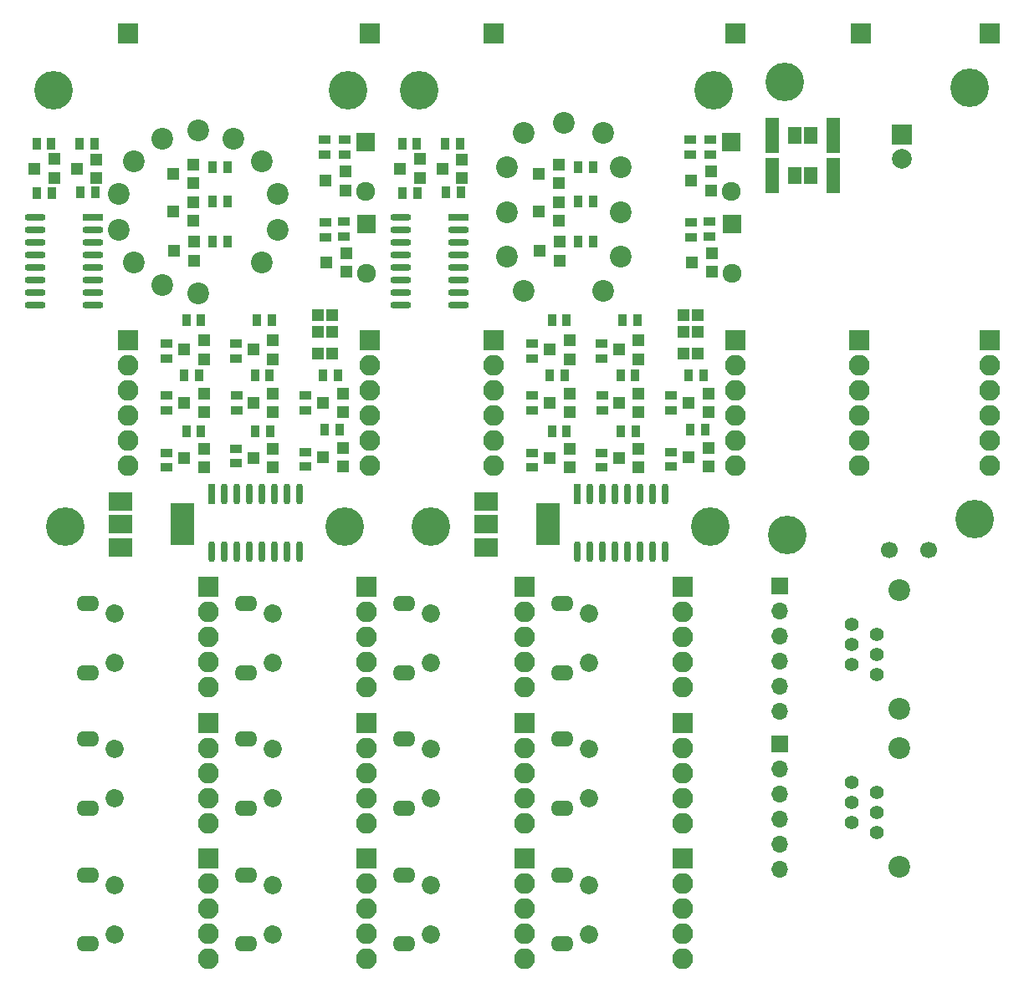
<source format=gbs>
%MOIN*%
%OFA0B0*%
%FSLAX46Y46*%
%IPPOS*%
%LPD*%
%ADD10C,0.0039370078740157488*%
%ADD11C,0.072834645669291348*%
%ADD12O,0.0905511811023622X0.062992125984251982*%
%ADD13R,0.082677165354330714X0.082677165354330714*%
%ADD14O,0.082677165354330714X0.082677165354330714*%
%ADD25C,0.0039370078740157488*%
%ADD26C,0.072834645669291348*%
%ADD27O,0.0905511811023622X0.062992125984251982*%
%ADD28R,0.082677165354330714X0.082677165354330714*%
%ADD29O,0.082677165354330714X0.082677165354330714*%
%ADD30C,0.0039370078740157488*%
%ADD31C,0.072834645669291348*%
%ADD32O,0.0905511811023622X0.062992125984251982*%
%ADD33R,0.082677165354330714X0.082677165354330714*%
%ADD34O,0.082677165354330714X0.082677165354330714*%
%ADD35C,0.0039370078740157488*%
%ADD36C,0.072834645669291348*%
%ADD37O,0.0905511811023622X0.062992125984251982*%
%ADD38R,0.082677165354330714X0.082677165354330714*%
%ADD39O,0.082677165354330714X0.082677165354330714*%
%ADD40C,0.0039370078740157488*%
%ADD41C,0.072834645669291348*%
%ADD42O,0.0905511811023622X0.062992125984251982*%
%ADD43R,0.082677165354330714X0.082677165354330714*%
%ADD44O,0.082677165354330714X0.082677165354330714*%
%ADD45C,0.0039370078740157488*%
%ADD46C,0.072834645669291348*%
%ADD47O,0.0905511811023622X0.062992125984251982*%
%ADD48R,0.082677165354330714X0.082677165354330714*%
%ADD49O,0.082677165354330714X0.082677165354330714*%
%ADD50C,0.0039370078740157488*%
%ADD51C,0.072834645669291348*%
%ADD52O,0.0905511811023622X0.062992125984251982*%
%ADD53R,0.082677165354330714X0.082677165354330714*%
%ADD54O,0.082677165354330714X0.082677165354330714*%
%ADD55C,0.0039370078740157488*%
%ADD56C,0.072834645669291348*%
%ADD57O,0.0905511811023622X0.062992125984251982*%
%ADD58R,0.082677165354330714X0.082677165354330714*%
%ADD59O,0.082677165354330714X0.082677165354330714*%
%ADD60C,0.0039370078740157488*%
%ADD61C,0.072834645669291348*%
%ADD62O,0.0905511811023622X0.062992125984251982*%
%ADD63R,0.082677165354330714X0.082677165354330714*%
%ADD64O,0.082677165354330714X0.082677165354330714*%
%ADD65C,0.0039370078740157488*%
%ADD66C,0.072834645669291348*%
%ADD67O,0.0905511811023622X0.062992125984251982*%
%ADD68R,0.082677165354330714X0.082677165354330714*%
%ADD69O,0.082677165354330714X0.082677165354330714*%
%ADD70C,0.0039370078740157488*%
%ADD71C,0.072834645669291348*%
%ADD72O,0.0905511811023622X0.062992125984251982*%
%ADD73R,0.082677165354330714X0.082677165354330714*%
%ADD74O,0.082677165354330714X0.082677165354330714*%
%ADD75C,0.0039370078740157488*%
%ADD76C,0.072834645669291348*%
%ADD77O,0.0905511811023622X0.062992125984251982*%
%ADD78R,0.082677165354330714X0.082677165354330714*%
%ADD79O,0.082677165354330714X0.082677165354330714*%
%ADD80C,0.0039370078740157488*%
%ADD81R,0.055118110236220472X0.14173228346456693*%
%ADD82R,0.055118110236220472X0.066929133858267723*%
%ADD83C,0.15354330708661418*%
%ADD84R,0.07874015748031496X0.07874015748031496*%
%ADD85C,0.07874015748031496*%
%ADD86C,0.066929133858267723*%
%ADD87R,0.082677165354330714X0.082677165354330714*%
%ADD88O,0.082677165354330714X0.082677165354330714*%
%ADD89C,0.0039370078740157488*%
%ADD90C,0.086614173228346469*%
%ADD91R,0.094488188976377951X0.16535433070866143*%
%ADD92R,0.094488188976377951X0.074803149606299218*%
%ADD93R,0.047244094488188976X0.0452755905511811*%
%ADD94R,0.051181102362204731X0.035433070866141732*%
%ADD95R,0.051181102362204731X0.047244094488188976*%
%ADD96R,0.084251968503937014X0.029133858267716535*%
%ADD97O,0.084251968503937014X0.029133858267716535*%
%ADD98R,0.029133858267716535X0.084251968503937014*%
%ADD99O,0.029133858267716535X0.084251968503937014*%
%ADD100R,0.035433070866141732X0.051181102362204731*%
%ADD101C,0.15354330708661418*%
%ADD102R,0.07574803149606299X0.07574803149606299*%
%ADD103C,0.07574803149606299*%
%ADD104R,0.082677165354330714X0.082677165354330714*%
%ADD105O,0.082677165354330714X0.082677165354330714*%
%ADD106C,0.0039370078740157488*%
%ADD107R,0.047244094488188976X0.0452755905511811*%
%ADD108C,0.15354330708661418*%
%ADD109C,0.086614173228346469*%
%ADD110R,0.051181102362204731X0.047244094488188976*%
%ADD111R,0.082677165354330714X0.082677165354330714*%
%ADD112R,0.035433070866141732X0.051181102362204731*%
%ADD113R,0.051181102362204731X0.035433070866141732*%
%ADD114R,0.029133858267716535X0.084251968503937014*%
%ADD115O,0.029133858267716535X0.084251968503937014*%
%ADD116R,0.084251968503937014X0.029133858267716535*%
%ADD117O,0.084251968503937014X0.029133858267716535*%
%ADD118O,0.082677165354330714X0.082677165354330714*%
%ADD119R,0.094488188976377951X0.16535433070866143*%
%ADD120R,0.094488188976377951X0.074803149606299218*%
%ADD121R,0.07574803149606299X0.07574803149606299*%
%ADD122C,0.07574803149606299*%
%ADD123C,0.0039370078740157488*%
%ADD124C,0.086614173228346469*%
%ADD125C,0.055118110236220472*%
%ADD126R,0.066929133858267723X0.066929133858267723*%
%ADD127O,0.066929133858267723X0.066929133858267723*%
%ADD128C,0.0039370078740157488*%
%ADD129C,0.086614173228346469*%
%ADD130C,0.055118110236220472*%
%ADD131R,0.066929133858267723X0.066929133858267723*%
%ADD132O,0.066929133858267723X0.066929133858267723*%
G01G01*
D10*
D11*
X0000196850Y0001181102D02*
X0000382283Y0001547244D03*
X0000382283Y0001350393D03*
D12*
X0000275984Y0001586614D03*
X0000275984Y0001311023D03*
D13*
X0000755905Y0001651574D03*
D14*
X0000755905Y0001551574D03*
X0000755905Y0001451574D03*
X0000755905Y0001351574D03*
X0000755905Y0001251574D03*
G04 next file*
G04 Gerber Fmt 4.6, Leading zero omitted, Abs format (unit mm)*
G04 Created by KiCad (PCBNEW 4.0.7) date 11/16/17 17:14:57*
G01G01*
G04 APERTURE LIST*
G04 APERTURE END LIST*
D25*
D26*
X0000196850Y0000639763D02*
X0000382283Y0001005905D03*
X0000382283Y0000809055D03*
D27*
X0000275984Y0001045275D03*
X0000275984Y0000769685D03*
D28*
X0000755905Y0001110236D03*
D29*
X0000755905Y0001010236D03*
X0000755905Y0000910236D03*
X0000755905Y0000810236D03*
X0000755905Y0000710236D03*
G04 next file*
G04 Gerber Fmt 4.6, Leading zero omitted, Abs format (unit mm)*
G04 Created by KiCad (PCBNEW 4.0.7) date 11/16/17 17:14:57*
G01G01*
G04 APERTURE LIST*
G04 APERTURE END LIST*
D30*
D31*
X0000196850Y0000098425D02*
X0000382283Y0000464566D03*
X0000382283Y0000267716D03*
D32*
X0000275984Y0000503937D03*
X0000275984Y0000228346D03*
D33*
X0000755905Y0000568897D03*
D34*
X0000755905Y0000468897D03*
X0000755905Y0000368897D03*
X0000755905Y0000268897D03*
X0000755905Y0000168897D03*
G04 next file*
G04 Gerber Fmt 4.6, Leading zero omitted, Abs format (unit mm)*
G04 Created by KiCad (PCBNEW 4.0.7) date 11/16/17 17:14:57*
G01G01*
G04 APERTURE LIST*
G04 APERTURE END LIST*
D35*
D36*
X0000826771Y0001181102D02*
X0001012204Y0001547244D03*
X0001012204Y0001350393D03*
D37*
X0000905905Y0001586614D03*
X0000905905Y0001311023D03*
D38*
X0001385826Y0001651574D03*
D39*
X0001385826Y0001551574D03*
X0001385826Y0001451574D03*
X0001385826Y0001351574D03*
X0001385826Y0001251574D03*
G04 next file*
G04 Gerber Fmt 4.6, Leading zero omitted, Abs format (unit mm)*
G04 Created by KiCad (PCBNEW 4.0.7) date 11/16/17 17:14:57*
G01G01*
G04 APERTURE LIST*
G04 APERTURE END LIST*
D40*
D41*
X0000826771Y0000639763D02*
X0001012204Y0001005905D03*
X0001012204Y0000809055D03*
D42*
X0000905905Y0001045275D03*
X0000905905Y0000769685D03*
D43*
X0001385826Y0001110236D03*
D44*
X0001385826Y0001010236D03*
X0001385826Y0000910236D03*
X0001385826Y0000810236D03*
X0001385826Y0000710236D03*
G04 next file*
G04 Gerber Fmt 4.6, Leading zero omitted, Abs format (unit mm)*
G04 Created by KiCad (PCBNEW 4.0.7) date 11/16/17 17:14:57*
G01G01*
G04 APERTURE LIST*
G04 APERTURE END LIST*
D45*
D46*
X0000826771Y0000098425D02*
X0001012204Y0000464566D03*
X0001012204Y0000267716D03*
D47*
X0000905905Y0000503937D03*
X0000905905Y0000228346D03*
D48*
X0001385826Y0000568897D03*
D49*
X0001385826Y0000468897D03*
X0001385826Y0000368897D03*
X0001385826Y0000268897D03*
X0001385826Y0000168897D03*
G04 next file*
G04 Gerber Fmt 4.6, Leading zero omitted, Abs format (unit mm)*
G04 Created by KiCad (PCBNEW 4.0.7) date 11/16/17 17:14:57*
G01G01*
G04 APERTURE LIST*
G04 APERTURE END LIST*
D50*
D51*
X0001456692Y0001181102D02*
X0001642125Y0001547244D03*
X0001642125Y0001350393D03*
D52*
X0001535826Y0001586614D03*
X0001535826Y0001311023D03*
D53*
X0002015748Y0001651574D03*
D54*
X0002015748Y0001551574D03*
X0002015748Y0001451574D03*
X0002015748Y0001351574D03*
X0002015748Y0001251574D03*
G04 next file*
G04 Gerber Fmt 4.6, Leading zero omitted, Abs format (unit mm)*
G04 Created by KiCad (PCBNEW 4.0.7) date 11/16/17 17:14:57*
G01G01*
G04 APERTURE LIST*
G04 APERTURE END LIST*
D55*
D56*
X0001456692Y0000639763D02*
X0001642125Y0001005905D03*
X0001642125Y0000809055D03*
D57*
X0001535826Y0001045275D03*
X0001535826Y0000769685D03*
D58*
X0002015748Y0001110236D03*
D59*
X0002015748Y0001010236D03*
X0002015748Y0000910236D03*
X0002015748Y0000810236D03*
X0002015748Y0000710236D03*
G04 next file*
G04 Gerber Fmt 4.6, Leading zero omitted, Abs format (unit mm)*
G04 Created by KiCad (PCBNEW 4.0.7) date 11/16/17 17:14:57*
G01G01*
G04 APERTURE LIST*
G04 APERTURE END LIST*
D60*
D61*
X0001456692Y0000098425D02*
X0001642125Y0000464566D03*
X0001642125Y0000267716D03*
D62*
X0001535826Y0000503937D03*
X0001535826Y0000228346D03*
D63*
X0002015748Y0000568897D03*
D64*
X0002015748Y0000468897D03*
X0002015748Y0000368897D03*
X0002015748Y0000268897D03*
X0002015748Y0000168897D03*
G04 next file*
G04 Gerber Fmt 4.6, Leading zero omitted, Abs format (unit mm)*
G04 Created by KiCad (PCBNEW 4.0.7) date 11/16/17 17:14:57*
G01G01*
G04 APERTURE LIST*
G04 APERTURE END LIST*
D65*
D66*
X0002086614Y0001181102D02*
X0002272047Y0001547244D03*
X0002272047Y0001350393D03*
D67*
X0002165748Y0001586614D03*
X0002165748Y0001311023D03*
D68*
X0002645669Y0001651574D03*
D69*
X0002645669Y0001551574D03*
X0002645669Y0001451574D03*
X0002645669Y0001351574D03*
X0002645669Y0001251574D03*
G04 next file*
G04 Gerber Fmt 4.6, Leading zero omitted, Abs format (unit mm)*
G04 Created by KiCad (PCBNEW 4.0.7) date 11/16/17 17:14:57*
G01G01*
G04 APERTURE LIST*
G04 APERTURE END LIST*
D70*
D71*
X0002086614Y0000639763D02*
X0002272047Y0001005905D03*
X0002272047Y0000809055D03*
D72*
X0002165748Y0001045275D03*
X0002165748Y0000769685D03*
D73*
X0002645669Y0001110236D03*
D74*
X0002645669Y0001010236D03*
X0002645669Y0000910236D03*
X0002645669Y0000810236D03*
X0002645669Y0000710236D03*
G04 next file*
G04 Gerber Fmt 4.6, Leading zero omitted, Abs format (unit mm)*
G04 Created by KiCad (PCBNEW 4.0.7) date 11/16/17 17:14:57*
G01G01*
G04 APERTURE LIST*
G04 APERTURE END LIST*
D75*
D76*
X0002086614Y0000098425D02*
X0002272047Y0000464566D03*
X0002272047Y0000267716D03*
D77*
X0002165748Y0000503937D03*
X0002165748Y0000228346D03*
D78*
X0002645669Y0000568897D03*
D79*
X0002645669Y0000468897D03*
X0002645669Y0000368897D03*
X0002645669Y0000268897D03*
X0002645669Y0000168897D03*
G04 next file*
G04 Gerber Fmt 4.6, Leading zero omitted, Abs format (unit mm)*
G04 Created by KiCad (PCBNEW 4.0.7) date 11/16/17 22:09:06*
G01G01*
G04 APERTURE LIST*
G04 APERTURE END LIST*
D80*
D81*
X0002913385Y0003937007D02*
X0003000787Y0003452755D03*
X0003244881Y0003452755D03*
D82*
X0003091338Y0003452755D03*
X0003154330Y0003452755D03*
D81*
X0003002755Y0003294488D03*
X0003246850Y0003294488D03*
D82*
X0003093307Y0003294488D03*
X0003156299Y0003294488D03*
D83*
X0003810236Y0001924409D03*
X0003062992Y0001858267D03*
X0003787401Y0003641732D03*
X0003051181Y0003665354D03*
D84*
X0003519685Y0003457677D03*
D85*
X0003519685Y0003359251D03*
D86*
X0003469685Y0001798818D03*
X0003627165Y0001798818D03*
D87*
X0003354330Y0003858267D03*
X0003868110Y0002637795D03*
D88*
X0003868110Y0002537795D03*
X0003868110Y0002437795D03*
X0003868110Y0002337795D03*
X0003868110Y0002237795D03*
X0003868110Y0002137795D03*
D87*
X0003350393Y0002637795D03*
D88*
X0003350393Y0002537795D03*
X0003350393Y0002437795D03*
X0003350393Y0002337795D03*
X0003350393Y0002237795D03*
X0003350393Y0002137795D03*
D87*
X0003868110Y0003858267D03*
G04 next file*
G04 Gerber Fmt 4.6, Leading zero omitted, Abs format (unit mm)*
G04 Created by KiCad (PCBNEW 4.0.7) date 11/16/17 20:56:22*
G01G01*
G04 APERTURE LIST*
G04 APERTURE END LIST*
D89*
D90*
X0001456692Y0003937007D02*
X0002397368Y0003325362D03*
X0002397368Y0003148196D03*
X0002397368Y0002971031D03*
X0001944612Y0003325362D03*
X0001944612Y0003148196D03*
X0001944612Y0002971031D03*
X0002013510Y0003463157D03*
X0002328470Y0003463157D03*
X0002013510Y0002833236D03*
X0002328470Y0002833236D03*
X0002170990Y0003502527D03*
D91*
X0002110236Y0001901574D03*
D92*
X0001862204Y0001901574D03*
X0001862204Y0001992125D03*
X0001862204Y0001811023D03*
D93*
X0002706692Y0002669291D03*
X0002647637Y0002669291D03*
D94*
X0002755905Y0003437007D03*
X0002755905Y0003377952D03*
X0002677165Y0003377952D03*
X0002677165Y0003437007D03*
D95*
X0002757874Y0003309055D03*
X0002757874Y0003234251D03*
X0002679133Y0003271653D03*
D96*
X0001751968Y0003126771D03*
D97*
X0001751968Y0003076771D03*
X0001751968Y0003026771D03*
X0001751968Y0002976771D03*
X0001751968Y0002926771D03*
X0001751968Y0002876771D03*
X0001751968Y0002826771D03*
X0001521653Y0002826771D03*
X0001521653Y0002876771D03*
X0001521653Y0002926771D03*
X0001521653Y0002976771D03*
X0001521653Y0003026771D03*
X0001521653Y0003076771D03*
X0001521653Y0003126771D03*
X0001751968Y0002776771D03*
X0001521653Y0002776771D03*
D98*
X0002224015Y0002024803D03*
D99*
X0002274015Y0002024803D03*
X0002324015Y0002024803D03*
X0002374015Y0002024803D03*
X0002424015Y0002024803D03*
X0002474015Y0002024803D03*
X0002524015Y0002024803D03*
X0002524015Y0001794488D03*
X0002474015Y0001794488D03*
X0002424015Y0001794488D03*
X0002374015Y0001794488D03*
X0002324015Y0001794488D03*
X0002274015Y0001794488D03*
X0002224015Y0001794488D03*
X0002574015Y0002024803D03*
X0002574015Y0001794488D03*
D94*
X0002753937Y0003108267D03*
X0002753937Y0003049212D03*
X0002679133Y0003047244D03*
X0002679133Y0003106299D03*
D100*
X0002397637Y0002495078D03*
X0002456692Y0002495078D03*
X0002669291Y0002495078D03*
X0002728346Y0002495078D03*
X0002399606Y0002272637D03*
X0002458661Y0002272637D03*
X0002124015Y0002716535D03*
X0002183070Y0002716535D03*
X0002677165Y0002278543D03*
X0002736220Y0002278543D03*
X0002116141Y0002495078D03*
X0002175196Y0002495078D03*
X0002124015Y0002273622D03*
X0002183070Y0002273622D03*
X0001527559Y0003419291D03*
X0001586614Y0003419291D03*
X0002405511Y0002716535D03*
X0002464566Y0002716535D03*
X0001758858Y0003418307D03*
X0001699803Y0003418307D03*
X0002287401Y0003326771D03*
X0002228346Y0003326771D03*
X0002287401Y0003190944D03*
X0002228346Y0003190944D03*
X0002287401Y0003031496D03*
X0002228346Y0003031496D03*
D94*
X0002598425Y0002416338D03*
X0002598425Y0002357283D03*
X0002045275Y0002622047D03*
X0002045275Y0002562992D03*
X0002045275Y0002416338D03*
X0002045275Y0002357283D03*
X0002045275Y0002187992D03*
X0002045275Y0002128937D03*
X0002320866Y0002622047D03*
X0002320866Y0002562992D03*
X0002326771Y0002416338D03*
X0002326771Y0002357283D03*
X0002320866Y0002187992D03*
X0002320866Y0002128937D03*
X0002598425Y0002190944D03*
X0002598425Y0002131889D03*
D100*
X0001588582Y0003222440D03*
X0001529527Y0003222440D03*
X0001760826Y0003225393D03*
X0001701771Y0003225393D03*
D95*
X0002761811Y0002984251D03*
X0002761811Y0002909448D03*
X0002683070Y0002946850D03*
X0002151574Y0003336614D03*
X0002151574Y0003261811D03*
X0002072834Y0003299212D03*
X0002151574Y0003187007D03*
X0002151574Y0003112204D03*
X0002072834Y0003149606D03*
X0002155511Y0003029527D03*
X0002155511Y0002954724D03*
X0002076771Y0002992125D03*
X0002470472Y0002424212D03*
X0002470472Y0002349409D03*
X0002391732Y0002386811D03*
X0002748031Y0002424212D03*
X0002748031Y0002349409D03*
X0002669291Y0002386811D03*
X0002470472Y0002204724D03*
X0002470472Y0002129921D03*
X0002391732Y0002167322D03*
X0002194881Y0002635826D03*
X0002194881Y0002561023D03*
X0002116141Y0002598425D03*
X0002748031Y0002207677D03*
X0002748031Y0002132874D03*
X0002669291Y0002170275D03*
X0002194881Y0002424212D03*
X0002194881Y0002349409D03*
X0002116141Y0002386811D03*
X0002194881Y0002204724D03*
X0002194881Y0002129921D03*
X0002116141Y0002167322D03*
X0002470472Y0002635826D03*
X0002470472Y0002561023D03*
X0002391732Y0002598425D03*
X0001766732Y0003357283D03*
X0001766732Y0003282480D03*
X0001687992Y0003319881D03*
D93*
X0002647637Y0002584645D03*
X0002706692Y0002584645D03*
D95*
X0001598425Y0003358267D03*
X0001598425Y0003283464D03*
X0001519685Y0003320866D03*
D101*
X0002757086Y0001893700D03*
X0001641732Y0001893700D03*
X0001594488Y0003633858D03*
X0002767716Y0003633858D03*
D93*
X0002706692Y0002736220D03*
X0002647637Y0002736220D03*
D102*
X0002840551Y0003427165D03*
D103*
X0002840551Y0003230314D03*
D102*
X0002842519Y0003098425D03*
D103*
X0002842519Y0002901574D03*
D104*
X0001893700Y0002637795D03*
D105*
X0001893700Y0002537795D03*
X0001893700Y0002437795D03*
X0001893700Y0002337795D03*
X0001893700Y0002237795D03*
X0001893700Y0002137795D03*
D104*
X0002854330Y0002637795D03*
D105*
X0002854330Y0002537795D03*
X0002854330Y0002437795D03*
X0002854330Y0002337795D03*
X0002854330Y0002237795D03*
X0002854330Y0002137795D03*
D104*
X0002856299Y0003858267D03*
X0001893700Y0003858267D03*
G04 next file*
G04 Gerber Fmt 4.6, Leading zero omitted, Abs format (unit mm)*
G04 Created by KiCad (PCBNEW 4.0.7) date 11/16/17 21:01:15*
G01G01*
G04 APERTURE LIST*
G04 APERTURE END LIST*
D106*
D107*
X0000000000Y0003937007D02*
X0001250000Y0002736220D03*
X0001190944Y0002736220D03*
D108*
X0001311023Y0003633858D03*
X0000137795Y0003633858D03*
X0000185039Y0001893700D03*
X0001300393Y0001893700D03*
D109*
X0000714297Y0003473000D03*
X0000573370Y0003440834D03*
X0000460356Y0003350708D03*
X0000397637Y0003220472D03*
X0000397637Y0003075921D03*
X0000460356Y0002945685D03*
X0000573370Y0002855559D03*
X0000714297Y0002823393D03*
X0000968238Y0002945685D03*
X0001030957Y0003075921D03*
X0001030957Y0003220472D03*
X0000968238Y0003350708D03*
X0000855224Y0003440834D03*
D110*
X0000141732Y0003358267D03*
X0000141732Y0003283464D03*
X0000062992Y0003320866D03*
D107*
X0001190944Y0002584645D03*
X0001250000Y0002584645D03*
D111*
X0000437007Y0003858267D03*
D110*
X0000310039Y0003357283D03*
X0000310039Y0003282480D03*
X0000231299Y0003319881D03*
X0001013779Y0002635826D03*
X0001013779Y0002561023D03*
X0000935039Y0002598425D03*
X0000738188Y0002204724D03*
X0000738188Y0002129921D03*
X0000659448Y0002167322D03*
X0000738188Y0002424212D03*
X0000738188Y0002349409D03*
X0000659448Y0002386811D03*
X0001291338Y0002207677D03*
X0001291338Y0002132874D03*
X0001212598Y0002170275D03*
X0000738188Y0002635826D03*
X0000738188Y0002561023D03*
X0000659448Y0002598425D03*
X0001013779Y0002204724D03*
X0001013779Y0002129921D03*
X0000935039Y0002167322D03*
X0001291338Y0002424212D03*
X0001291338Y0002349409D03*
X0001212598Y0002386811D03*
X0001013779Y0002424212D03*
X0001013779Y0002349409D03*
X0000935039Y0002386811D03*
X0000698818Y0003029527D03*
X0000698818Y0002954724D03*
X0000620078Y0002992125D03*
X0000694881Y0003187007D03*
X0000694881Y0003112204D03*
X0000616141Y0003149606D03*
X0000694881Y0003336614D03*
X0000694881Y0003261811D03*
X0000616141Y0003299212D03*
X0001305118Y0002984251D03*
X0001305118Y0002909448D03*
X0001226377Y0002946850D03*
D112*
X0000304133Y0003225393D03*
X0000245078Y0003225393D03*
X0000131889Y0003222440D03*
X0000072834Y0003222440D03*
D113*
X0001141732Y0002190944D03*
X0001141732Y0002131889D03*
X0000864173Y0002622047D03*
X0000864173Y0002562992D03*
X0000588582Y0002187992D03*
X0000588582Y0002128937D03*
X0000588582Y0002416338D03*
X0000588582Y0002357283D03*
X0000588582Y0002622047D03*
X0000588582Y0002562992D03*
X0001141732Y0002416338D03*
X0001141732Y0002357283D03*
D112*
X0000830708Y0003031496D03*
X0000771653Y0003031496D03*
X0000830708Y0003190944D03*
X0000771653Y0003190944D03*
X0000830708Y0003326771D03*
X0000771653Y0003326771D03*
X0000302165Y0003418307D03*
X0000243110Y0003418307D03*
X0000948818Y0002716535D03*
X0001007874Y0002716535D03*
X0000070866Y0003419291D03*
X0000129921Y0003419291D03*
X0000667322Y0002273622D03*
X0000726377Y0002273622D03*
X0000659448Y0002495078D03*
X0000718503Y0002495078D03*
X0001220472Y0002278543D03*
X0001279527Y0002278543D03*
X0000667322Y0002716535D03*
X0000726377Y0002716535D03*
X0000942913Y0002272637D03*
X0001001968Y0002272637D03*
X0001212598Y0002495078D03*
X0001271653Y0002495078D03*
X0000940944Y0002495078D03*
X0001000000Y0002495078D03*
D113*
X0001222440Y0003047244D03*
X0001222440Y0003106299D03*
X0001297244Y0003108267D03*
X0001297244Y0003049212D03*
D114*
X0000767322Y0002024803D03*
D115*
X0000817322Y0002024803D03*
X0000867322Y0002024803D03*
X0000917322Y0002024803D03*
X0000967322Y0002024803D03*
X0001017322Y0002024803D03*
X0001067322Y0002024803D03*
X0001067322Y0001794488D03*
X0001017322Y0001794488D03*
X0000967322Y0001794488D03*
X0000917322Y0001794488D03*
X0000867322Y0001794488D03*
X0000817322Y0001794488D03*
X0000767322Y0001794488D03*
X0001117322Y0002024803D03*
X0001117322Y0001794488D03*
D116*
X0000295275Y0003126771D03*
D117*
X0000295275Y0003076771D03*
X0000295275Y0003026771D03*
X0000295275Y0002976771D03*
X0000295275Y0002926771D03*
X0000295275Y0002876771D03*
X0000295275Y0002826771D03*
X0000064960Y0002826771D03*
X0000064960Y0002876771D03*
X0000064960Y0002926771D03*
X0000064960Y0002976771D03*
X0000064960Y0003026771D03*
X0000064960Y0003076771D03*
X0000064960Y0003126771D03*
X0000295275Y0002776771D03*
X0000064960Y0002776771D03*
D110*
X0001301181Y0003309055D03*
X0001301181Y0003234251D03*
X0001222440Y0003271653D03*
D113*
X0001220472Y0003377952D03*
X0001220472Y0003437007D03*
X0001299212Y0003437007D03*
X0001299212Y0003377952D03*
D111*
X0000437007Y0002637795D03*
D118*
X0000437007Y0002537795D03*
X0000437007Y0002437795D03*
X0000437007Y0002337795D03*
X0000437007Y0002237795D03*
X0000437007Y0002137795D03*
D107*
X0001250000Y0002669291D03*
X0001190944Y0002669291D03*
D113*
X0000864173Y0002204724D03*
X0000864173Y0002145669D03*
X0000870078Y0002416338D03*
X0000870078Y0002357283D03*
D119*
X0000653543Y0001901574D03*
D120*
X0000405511Y0001901574D03*
X0000405511Y0001992125D03*
X0000405511Y0001811023D03*
D111*
X0001399606Y0003858267D03*
X0001397637Y0002637795D03*
D118*
X0001397637Y0002537795D03*
X0001397637Y0002437795D03*
X0001397637Y0002337795D03*
X0001397637Y0002237795D03*
X0001397637Y0002137795D03*
D121*
X0001385826Y0003098425D03*
D122*
X0001385826Y0002901574D03*
D121*
X0001383858Y0003427165D03*
D122*
X0001383858Y0003230314D03*
G04 next file*
G04 Gerber Fmt 4.6, Leading zero omitted, Abs format (unit mm)*
G04 Created by KiCad (PCBNEW 4.0.7) date 11/16/17 21:03:46*
G01G01*
G04 APERTURE LIST*
G04 APERTURE END LIST*
D123*
D124*
X0002913385Y0001090551D02*
X0003508267Y0001167322D03*
X0003508267Y0001639763D03*
D125*
X0003417716Y0001303543D03*
X0003317716Y0001343503D03*
X0003417716Y0001383464D03*
X0003317716Y0001423425D03*
X0003417716Y0001463385D03*
X0003317716Y0001503346D03*
D126*
X0003031496Y0001655511D03*
D127*
X0003031496Y0001555511D03*
X0003031496Y0001455511D03*
X0003031496Y0001355511D03*
X0003031496Y0001255511D03*
X0003031496Y0001155511D03*
G04 next file*
G04 Gerber Fmt 4.6, Leading zero omitted, Abs format (unit mm)*
G04 Created by KiCad (PCBNEW 4.0.7) date 11/16/17 21:03:46*
G01G01*
G04 APERTURE LIST*
G04 APERTURE END LIST*
D128*
D129*
X0002913385Y0000460629D02*
X0003508267Y0000537401D03*
X0003508267Y0001009842D03*
D130*
X0003417716Y0000673622D03*
X0003317716Y0000713582D03*
X0003417716Y0000753543D03*
X0003317716Y0000793503D03*
X0003417716Y0000833464D03*
X0003317716Y0000873424D03*
D131*
X0003031496Y0001025590D03*
D132*
X0003031496Y0000925590D03*
X0003031496Y0000825590D03*
X0003031496Y0000725590D03*
X0003031496Y0000625590D03*
X0003031496Y0000525590D03*
M02*
</source>
